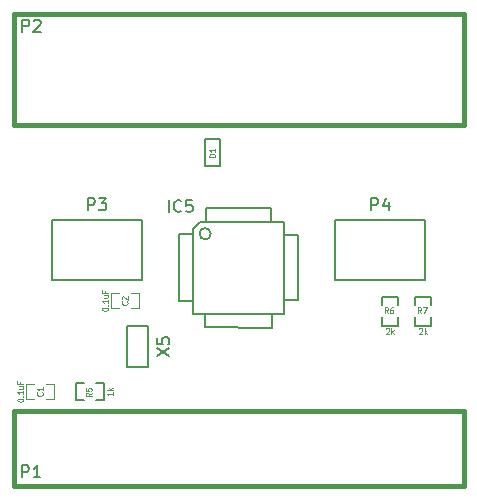
<source format=gto>
G04 (created by PCBNEW (2013-mar-13)-testing) date Mon 26 Aug 2013 07:22:46 AM PDT*
%MOIN*%
G04 Gerber Fmt 3.4, Leading zero omitted, Abs format*
%FSLAX34Y34*%
G01*
G70*
G90*
G04 APERTURE LIST*
%ADD10C,0.005906*%
%ADD11C,0.015000*%
%ADD12C,0.004700*%
%ADD13C,0.005000*%
%ADD14C,0.006000*%
%ADD15C,0.008000*%
%ADD16C,0.004500*%
G04 APERTURE END LIST*
G54D10*
G54D11*
X35059Y-35425D02*
X35059Y-32925D01*
X33609Y-35425D02*
X35059Y-35425D01*
X33609Y-32925D02*
X35009Y-32925D01*
X35009Y-32925D02*
X35059Y-32925D01*
X21559Y-32925D02*
X20059Y-32925D01*
X20059Y-32925D02*
X20059Y-35425D01*
X20059Y-35425D02*
X22059Y-35425D01*
X21559Y-32925D02*
X33559Y-32925D01*
X21559Y-35425D02*
X33559Y-35425D01*
X33559Y-19693D02*
X35059Y-19693D01*
X35059Y-19693D02*
X35059Y-19993D01*
X21559Y-19693D02*
X20059Y-19693D01*
X20059Y-19693D02*
X20059Y-19893D01*
X21559Y-23393D02*
X20059Y-23393D01*
X20059Y-23393D02*
X20059Y-19893D01*
X33559Y-23393D02*
X35059Y-23393D01*
X35059Y-23393D02*
X35059Y-19893D01*
X33559Y-23393D02*
X21559Y-23393D01*
X21559Y-19693D02*
X33559Y-19693D01*
G54D12*
X21141Y-32539D02*
X21416Y-32539D01*
X20747Y-32539D02*
X20472Y-32539D01*
X21141Y-32027D02*
X21416Y-32027D01*
X20472Y-32027D02*
X20747Y-32027D01*
X21416Y-32033D02*
X21416Y-32533D01*
X20472Y-32533D02*
X20472Y-32033D01*
X23967Y-29506D02*
X24242Y-29506D01*
X23573Y-29506D02*
X23298Y-29506D01*
X23967Y-28994D02*
X24242Y-28994D01*
X23298Y-28994D02*
X23573Y-28994D01*
X24242Y-29000D02*
X24242Y-29500D01*
X23298Y-29500D02*
X23298Y-29000D01*
G54D13*
X26942Y-23880D02*
X26942Y-24780D01*
X26942Y-24780D02*
X26442Y-24780D01*
X26442Y-24780D02*
X26442Y-23880D01*
X26442Y-23880D02*
X26942Y-23880D01*
G54D14*
X29539Y-29239D02*
X29089Y-29239D01*
X29539Y-27059D02*
X29099Y-27059D01*
X29539Y-29239D02*
X29539Y-27059D01*
X28659Y-29709D02*
X28659Y-30139D01*
X26449Y-29719D02*
X26449Y-30139D01*
X26439Y-30139D02*
X28659Y-30149D01*
X26459Y-26169D02*
X28629Y-26159D01*
X26029Y-26859D02*
X26029Y-29689D01*
X28639Y-26169D02*
X28639Y-26579D01*
X26279Y-26619D02*
X29059Y-26619D01*
X29079Y-29699D02*
X29079Y-26659D01*
X26029Y-29699D02*
X29029Y-29699D01*
X25579Y-27029D02*
X25579Y-29249D01*
X25579Y-29249D02*
X26029Y-29249D01*
X26033Y-26849D02*
X26263Y-26619D01*
X25581Y-27029D02*
X26033Y-27029D01*
X26459Y-26619D02*
X26459Y-26167D01*
X26629Y-27023D02*
G75*
G03X26629Y-27023I-188J0D01*
G74*
G01*
G54D13*
X22795Y-32558D02*
X23073Y-32558D01*
X23073Y-32558D02*
X23073Y-32008D01*
X23073Y-32008D02*
X22795Y-32008D01*
X22123Y-32558D02*
X22401Y-32558D01*
X22123Y-32558D02*
X22123Y-32008D01*
X22123Y-32008D02*
X22401Y-32008D01*
X32323Y-29803D02*
X32323Y-30081D01*
X32323Y-30081D02*
X32873Y-30081D01*
X32873Y-30081D02*
X32873Y-29803D01*
X32323Y-29131D02*
X32323Y-29409D01*
X32323Y-29131D02*
X32873Y-29131D01*
X32873Y-29131D02*
X32873Y-29409D01*
X33425Y-29803D02*
X33425Y-30081D01*
X33425Y-30081D02*
X33975Y-30081D01*
X33975Y-30081D02*
X33975Y-29803D01*
X33425Y-29131D02*
X33425Y-29409D01*
X33425Y-29131D02*
X33975Y-29131D01*
X33975Y-29131D02*
X33975Y-29409D01*
G54D15*
X24554Y-30111D02*
X24554Y-31449D01*
X24554Y-31449D02*
X23846Y-31449D01*
X23846Y-31449D02*
X23846Y-30111D01*
X23846Y-30111D02*
X24554Y-30111D01*
X24334Y-28559D02*
X21334Y-28559D01*
X21334Y-26559D02*
X24334Y-26559D01*
X24334Y-26559D02*
X24334Y-28559D01*
X21334Y-28559D02*
X21334Y-26559D01*
X33783Y-28559D02*
X30783Y-28559D01*
X30783Y-26559D02*
X33783Y-26559D01*
X33783Y-26559D02*
X33783Y-28559D01*
X30783Y-28559D02*
X30783Y-26559D01*
X20344Y-35145D02*
X20344Y-34745D01*
X20497Y-34745D01*
X20535Y-34765D01*
X20554Y-34784D01*
X20573Y-34822D01*
X20573Y-34879D01*
X20554Y-34917D01*
X20535Y-34936D01*
X20497Y-34955D01*
X20344Y-34955D01*
X20954Y-35145D02*
X20725Y-35145D01*
X20840Y-35145D02*
X20840Y-34745D01*
X20801Y-34803D01*
X20763Y-34841D01*
X20725Y-34860D01*
X20354Y-20290D02*
X20354Y-19890D01*
X20507Y-19890D01*
X20545Y-19910D01*
X20564Y-19929D01*
X20583Y-19967D01*
X20583Y-20024D01*
X20564Y-20062D01*
X20545Y-20081D01*
X20507Y-20100D01*
X20354Y-20100D01*
X20735Y-19929D02*
X20754Y-19910D01*
X20792Y-19890D01*
X20888Y-19890D01*
X20926Y-19910D01*
X20945Y-19929D01*
X20964Y-19967D01*
X20964Y-20005D01*
X20945Y-20062D01*
X20716Y-20290D01*
X20964Y-20290D01*
G54D16*
X21016Y-32313D02*
X21025Y-32322D01*
X21035Y-32347D01*
X21035Y-32364D01*
X21025Y-32390D01*
X21006Y-32407D01*
X20987Y-32416D01*
X20949Y-32424D01*
X20921Y-32424D01*
X20882Y-32416D01*
X20863Y-32407D01*
X20844Y-32390D01*
X20835Y-32364D01*
X20835Y-32347D01*
X20844Y-32322D01*
X20854Y-32313D01*
X21035Y-32142D02*
X21035Y-32244D01*
X21035Y-32193D02*
X20835Y-32193D01*
X20863Y-32210D01*
X20882Y-32227D01*
X20892Y-32244D01*
X20185Y-32579D02*
X20185Y-32562D01*
X20194Y-32544D01*
X20204Y-32536D01*
X20223Y-32527D01*
X20261Y-32519D01*
X20309Y-32519D01*
X20347Y-32527D01*
X20366Y-32536D01*
X20375Y-32544D01*
X20385Y-32562D01*
X20385Y-32579D01*
X20375Y-32596D01*
X20366Y-32604D01*
X20347Y-32613D01*
X20309Y-32622D01*
X20261Y-32622D01*
X20223Y-32613D01*
X20204Y-32604D01*
X20194Y-32596D01*
X20185Y-32579D01*
X20366Y-32442D02*
X20375Y-32433D01*
X20385Y-32442D01*
X20375Y-32450D01*
X20366Y-32442D01*
X20385Y-32442D01*
X20385Y-32262D02*
X20385Y-32364D01*
X20385Y-32313D02*
X20185Y-32313D01*
X20213Y-32330D01*
X20232Y-32347D01*
X20242Y-32364D01*
X20252Y-32107D02*
X20385Y-32107D01*
X20252Y-32184D02*
X20356Y-32184D01*
X20375Y-32176D01*
X20385Y-32159D01*
X20385Y-32133D01*
X20375Y-32116D01*
X20366Y-32107D01*
X20280Y-31962D02*
X20280Y-32022D01*
X20385Y-32022D02*
X20185Y-32022D01*
X20185Y-31936D01*
X23841Y-29280D02*
X23850Y-29288D01*
X23860Y-29314D01*
X23860Y-29331D01*
X23850Y-29357D01*
X23831Y-29374D01*
X23812Y-29382D01*
X23774Y-29391D01*
X23746Y-29391D01*
X23708Y-29382D01*
X23689Y-29374D01*
X23670Y-29357D01*
X23660Y-29331D01*
X23660Y-29314D01*
X23670Y-29288D01*
X23679Y-29280D01*
X23679Y-29211D02*
X23670Y-29202D01*
X23660Y-29185D01*
X23660Y-29142D01*
X23670Y-29125D01*
X23679Y-29117D01*
X23698Y-29108D01*
X23717Y-29108D01*
X23746Y-29117D01*
X23860Y-29220D01*
X23860Y-29108D01*
X23010Y-29545D02*
X23010Y-29528D01*
X23020Y-29511D01*
X23029Y-29502D01*
X23048Y-29494D01*
X23086Y-29485D01*
X23134Y-29485D01*
X23172Y-29494D01*
X23191Y-29502D01*
X23200Y-29511D01*
X23210Y-29528D01*
X23210Y-29545D01*
X23200Y-29562D01*
X23191Y-29571D01*
X23172Y-29580D01*
X23134Y-29588D01*
X23086Y-29588D01*
X23048Y-29580D01*
X23029Y-29571D01*
X23020Y-29562D01*
X23010Y-29545D01*
X23191Y-29408D02*
X23200Y-29399D01*
X23210Y-29408D01*
X23200Y-29417D01*
X23191Y-29408D01*
X23210Y-29408D01*
X23210Y-29228D02*
X23210Y-29331D01*
X23210Y-29280D02*
X23010Y-29280D01*
X23039Y-29297D01*
X23058Y-29314D01*
X23067Y-29331D01*
X23077Y-29074D02*
X23210Y-29074D01*
X23077Y-29151D02*
X23181Y-29151D01*
X23200Y-29142D01*
X23210Y-29125D01*
X23210Y-29099D01*
X23200Y-29082D01*
X23191Y-29074D01*
X23105Y-28928D02*
X23105Y-28988D01*
X23210Y-28988D02*
X23010Y-28988D01*
X23010Y-28902D01*
X26783Y-24463D02*
X26583Y-24463D01*
X26583Y-24420D01*
X26592Y-24394D01*
X26611Y-24377D01*
X26631Y-24369D01*
X26669Y-24360D01*
X26697Y-24360D01*
X26735Y-24369D01*
X26754Y-24377D01*
X26773Y-24394D01*
X26783Y-24420D01*
X26783Y-24463D01*
X26783Y-24189D02*
X26783Y-24292D01*
X26783Y-24240D02*
X26583Y-24240D01*
X26611Y-24257D01*
X26631Y-24274D01*
X26640Y-24292D01*
G54D15*
X25229Y-26295D02*
X25229Y-25895D01*
X25648Y-26257D02*
X25629Y-26276D01*
X25572Y-26295D01*
X25534Y-26295D01*
X25477Y-26276D01*
X25439Y-26238D01*
X25420Y-26200D01*
X25400Y-26124D01*
X25400Y-26067D01*
X25420Y-25991D01*
X25439Y-25953D01*
X25477Y-25915D01*
X25534Y-25895D01*
X25572Y-25895D01*
X25629Y-25915D01*
X25648Y-25934D01*
X26010Y-25895D02*
X25820Y-25895D01*
X25800Y-26086D01*
X25820Y-26067D01*
X25858Y-26048D01*
X25953Y-26048D01*
X25991Y-26067D01*
X26010Y-26086D01*
X26029Y-26124D01*
X26029Y-26219D01*
X26010Y-26257D01*
X25991Y-26276D01*
X25953Y-26295D01*
X25858Y-26295D01*
X25820Y-26276D01*
X25800Y-26257D01*
G54D16*
X22662Y-32338D02*
X22568Y-32398D01*
X22662Y-32441D02*
X22465Y-32441D01*
X22465Y-32372D01*
X22474Y-32355D01*
X22484Y-32347D01*
X22503Y-32338D01*
X22531Y-32338D01*
X22549Y-32347D01*
X22559Y-32355D01*
X22568Y-32372D01*
X22568Y-32441D01*
X22465Y-32175D02*
X22465Y-32261D01*
X22559Y-32269D01*
X22549Y-32261D01*
X22540Y-32244D01*
X22540Y-32201D01*
X22549Y-32184D01*
X22559Y-32175D01*
X22578Y-32167D01*
X22625Y-32167D01*
X22643Y-32175D01*
X22653Y-32184D01*
X22662Y-32201D01*
X22662Y-32244D01*
X22653Y-32261D01*
X22643Y-32269D01*
X23357Y-32304D02*
X23357Y-32407D01*
X23357Y-32356D02*
X23157Y-32356D01*
X23186Y-32373D01*
X23205Y-32390D01*
X23215Y-32407D01*
X23357Y-32227D02*
X23157Y-32227D01*
X23281Y-32210D02*
X23357Y-32159D01*
X23224Y-32159D02*
X23300Y-32227D01*
X32543Y-29670D02*
X32483Y-29576D01*
X32440Y-29670D02*
X32440Y-29473D01*
X32509Y-29473D01*
X32526Y-29482D01*
X32534Y-29492D01*
X32543Y-29510D01*
X32543Y-29539D01*
X32534Y-29557D01*
X32526Y-29567D01*
X32509Y-29576D01*
X32440Y-29576D01*
X32697Y-29473D02*
X32663Y-29473D01*
X32646Y-29482D01*
X32637Y-29492D01*
X32620Y-29520D01*
X32611Y-29557D01*
X32611Y-29632D01*
X32620Y-29651D01*
X32629Y-29661D01*
X32646Y-29670D01*
X32680Y-29670D01*
X32697Y-29661D01*
X32706Y-29651D01*
X32714Y-29632D01*
X32714Y-29585D01*
X32706Y-29567D01*
X32697Y-29557D01*
X32680Y-29548D01*
X32646Y-29548D01*
X32629Y-29557D01*
X32620Y-29567D01*
X32611Y-29585D01*
X32474Y-30184D02*
X32482Y-30175D01*
X32499Y-30165D01*
X32542Y-30165D01*
X32559Y-30175D01*
X32568Y-30184D01*
X32576Y-30203D01*
X32576Y-30222D01*
X32568Y-30251D01*
X32465Y-30365D01*
X32576Y-30365D01*
X32654Y-30365D02*
X32654Y-30165D01*
X32671Y-30289D02*
X32722Y-30365D01*
X32722Y-30232D02*
X32654Y-30308D01*
X33645Y-29670D02*
X33585Y-29576D01*
X33542Y-29670D02*
X33542Y-29473D01*
X33611Y-29473D01*
X33628Y-29482D01*
X33637Y-29492D01*
X33645Y-29510D01*
X33645Y-29539D01*
X33637Y-29557D01*
X33628Y-29567D01*
X33611Y-29576D01*
X33542Y-29576D01*
X33705Y-29473D02*
X33825Y-29473D01*
X33748Y-29670D01*
X33576Y-30184D02*
X33585Y-30175D01*
X33602Y-30165D01*
X33645Y-30165D01*
X33662Y-30175D01*
X33670Y-30184D01*
X33679Y-30203D01*
X33679Y-30222D01*
X33670Y-30251D01*
X33567Y-30365D01*
X33679Y-30365D01*
X33756Y-30365D02*
X33756Y-30165D01*
X33773Y-30289D02*
X33825Y-30365D01*
X33825Y-30232D02*
X33756Y-30308D01*
G54D15*
X24846Y-31103D02*
X25246Y-30837D01*
X24846Y-30837D02*
X25246Y-31103D01*
X24846Y-30494D02*
X24846Y-30684D01*
X25037Y-30703D01*
X25018Y-30684D01*
X24999Y-30646D01*
X24999Y-30551D01*
X25018Y-30513D01*
X25037Y-30494D01*
X25075Y-30475D01*
X25170Y-30475D01*
X25208Y-30494D01*
X25227Y-30513D01*
X25246Y-30551D01*
X25246Y-30646D01*
X25227Y-30684D01*
X25208Y-30703D01*
X22539Y-26240D02*
X22539Y-25840D01*
X22691Y-25840D01*
X22729Y-25859D01*
X22748Y-25878D01*
X22767Y-25916D01*
X22767Y-25973D01*
X22748Y-26011D01*
X22729Y-26030D01*
X22691Y-26049D01*
X22539Y-26049D01*
X22901Y-25840D02*
X23148Y-25840D01*
X23015Y-25992D01*
X23072Y-25992D01*
X23110Y-26011D01*
X23129Y-26030D01*
X23148Y-26068D01*
X23148Y-26163D01*
X23129Y-26201D01*
X23110Y-26220D01*
X23072Y-26240D01*
X22958Y-26240D01*
X22920Y-26220D01*
X22901Y-26201D01*
X31988Y-26240D02*
X31988Y-25840D01*
X32140Y-25840D01*
X32178Y-25859D01*
X32197Y-25878D01*
X32216Y-25916D01*
X32216Y-25973D01*
X32197Y-26011D01*
X32178Y-26030D01*
X32140Y-26049D01*
X31988Y-26049D01*
X32559Y-25973D02*
X32559Y-26240D01*
X32464Y-25820D02*
X32369Y-26106D01*
X32616Y-26106D01*
M02*

</source>
